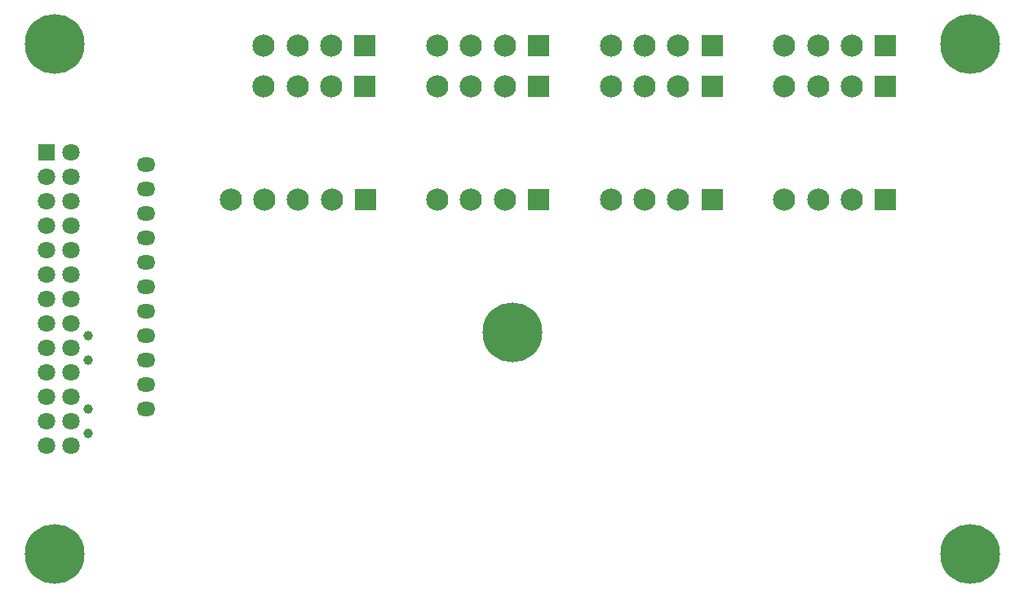
<source format=gts>
G04*
G04 #@! TF.GenerationSoftware,Altium Limited,CircuitStudio,1.5.2 (30)*
G04*
G04 Layer_Color=20142*
%FSLAX25Y25*%
%MOIN*%
G70*
G01*
G75*
%ADD24C,0.24422*%
%ADD25O,0.07600X0.05800*%
%ADD26C,0.09068*%
%ADD27R,0.09068X0.09068*%
%ADD28C,0.07099*%
%ADD29R,0.07099X0.07099*%
%ADD30C,0.03950*%
D24*
X1594256Y1234842D02*
D03*
X1781264Y1144291D02*
D03*
Y1352953D02*
D03*
X1407248Y1144291D02*
D03*
Y1352953D02*
D03*
D25*
X1444650Y1263740D02*
D03*
Y1273740D02*
D03*
Y1283740D02*
D03*
Y1303740D02*
D03*
Y1293740D02*
D03*
Y1243740D02*
D03*
Y1253740D02*
D03*
Y1233740D02*
D03*
Y1223740D02*
D03*
Y1213740D02*
D03*
Y1203740D02*
D03*
D26*
X1705476Y1289173D02*
D03*
X1719256D02*
D03*
X1733035D02*
D03*
X1634610D02*
D03*
X1648390D02*
D03*
X1662169D02*
D03*
X1563744D02*
D03*
X1577524D02*
D03*
X1591303D02*
D03*
X1506854D02*
D03*
X1520634D02*
D03*
X1493075D02*
D03*
X1479295D02*
D03*
X1705476Y1352165D02*
D03*
X1719256D02*
D03*
X1733035D02*
D03*
X1634610D02*
D03*
X1648390D02*
D03*
X1662169D02*
D03*
X1563744D02*
D03*
X1577524D02*
D03*
X1591303D02*
D03*
X1492878D02*
D03*
X1506657D02*
D03*
X1520437D02*
D03*
X1733035Y1335630D02*
D03*
X1719256D02*
D03*
X1705476D02*
D03*
X1662169D02*
D03*
X1648390D02*
D03*
X1634610D02*
D03*
X1591303D02*
D03*
X1577524D02*
D03*
X1563744D02*
D03*
X1520437D02*
D03*
X1506657D02*
D03*
X1492878D02*
D03*
D27*
X1746815Y1289173D02*
D03*
X1675949D02*
D03*
X1605083D02*
D03*
X1534413D02*
D03*
X1746815Y1352165D02*
D03*
X1675949D02*
D03*
X1605083D02*
D03*
X1534216D02*
D03*
X1746815Y1335630D02*
D03*
X1675949D02*
D03*
X1605083D02*
D03*
X1534216D02*
D03*
D28*
X1414217Y1188622D02*
D03*
Y1198622D02*
D03*
X1404216Y1188622D02*
D03*
Y1198622D02*
D03*
X1414217Y1248622D02*
D03*
X1404216D02*
D03*
X1414217Y1258622D02*
D03*
Y1268622D02*
D03*
X1404216Y1258622D02*
D03*
Y1268622D02*
D03*
X1414217Y1278622D02*
D03*
X1404216D02*
D03*
X1414217Y1288622D02*
D03*
X1404216D02*
D03*
X1414217Y1298622D02*
D03*
X1404216D02*
D03*
X1414217Y1308622D02*
D03*
X1404216Y1238622D02*
D03*
Y1228622D02*
D03*
X1414217Y1238622D02*
D03*
Y1228622D02*
D03*
X1404216Y1218622D02*
D03*
Y1208622D02*
D03*
X1414217Y1218622D02*
D03*
Y1208622D02*
D03*
D29*
X1404216Y1308622D02*
D03*
D30*
X1421027Y1193602D02*
D03*
X1420929Y1203740D02*
D03*
X1421027Y1223622D02*
D03*
Y1233661D02*
D03*
M02*

</source>
